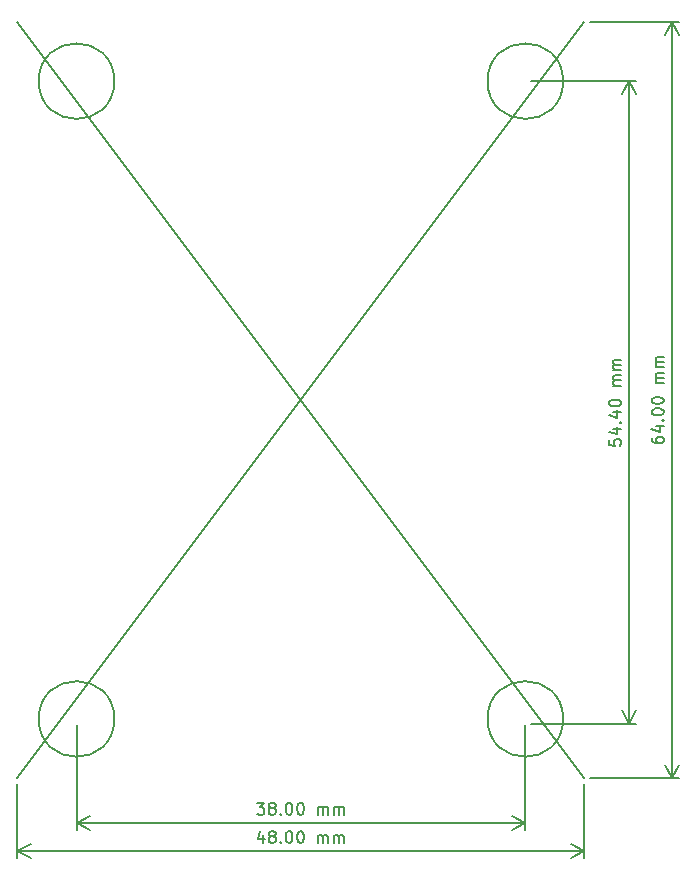
<source format=gbr>
%TF.GenerationSoftware,KiCad,Pcbnew,6.0.2+dfsg-1*%
%TF.CreationDate,2023-01-07T19:56:01+01:00*%
%TF.ProjectId,hBridge3620,68427269-6467-4653-9336-32302e6b6963,1.0*%
%TF.SameCoordinates,Original*%
%TF.FileFunction,Other,Comment*%
%FSLAX46Y46*%
G04 Gerber Fmt 4.6, Leading zero omitted, Abs format (unit mm)*
G04 Created by KiCad (PCBNEW 6.0.2+dfsg-1) date 2023-01-07 19:56:01*
%MOMM*%
%LPD*%
G01*
G04 APERTURE LIST*
%ADD10C,0.150000*%
G04 APERTURE END LIST*
D10*
X24000000Y-32000000D02*
X-24000000Y32000000D01*
X24000000Y32000000D02*
X-24000000Y-32000000D01*
X-3714286Y-34102380D02*
X-3095239Y-34102380D01*
X-3428572Y-34483333D01*
X-3285715Y-34483333D01*
X-3190477Y-34530952D01*
X-3142858Y-34578571D01*
X-3095239Y-34673809D01*
X-3095239Y-34911904D01*
X-3142858Y-35007142D01*
X-3190477Y-35054761D01*
X-3285715Y-35102380D01*
X-3571429Y-35102380D01*
X-3666667Y-35054761D01*
X-3714286Y-35007142D01*
X-2523810Y-34530952D02*
X-2619048Y-34483333D01*
X-2666667Y-34435714D01*
X-2714286Y-34340476D01*
X-2714286Y-34292857D01*
X-2666667Y-34197619D01*
X-2619048Y-34150000D01*
X-2523810Y-34102380D01*
X-2333334Y-34102380D01*
X-2238096Y-34150000D01*
X-2190477Y-34197619D01*
X-2142858Y-34292857D01*
X-2142858Y-34340476D01*
X-2190477Y-34435714D01*
X-2238096Y-34483333D01*
X-2333334Y-34530952D01*
X-2523810Y-34530952D01*
X-2619048Y-34578571D01*
X-2666667Y-34626190D01*
X-2714286Y-34721428D01*
X-2714286Y-34911904D01*
X-2666667Y-35007142D01*
X-2619048Y-35054761D01*
X-2523810Y-35102380D01*
X-2333334Y-35102380D01*
X-2238096Y-35054761D01*
X-2190477Y-35007142D01*
X-2142858Y-34911904D01*
X-2142858Y-34721428D01*
X-2190477Y-34626190D01*
X-2238096Y-34578571D01*
X-2333334Y-34530952D01*
X-1714286Y-35007142D02*
X-1666667Y-35054761D01*
X-1714286Y-35102380D01*
X-1761905Y-35054761D01*
X-1714286Y-35007142D01*
X-1714286Y-35102380D01*
X-1047620Y-34102380D02*
X-952381Y-34102380D01*
X-857143Y-34150000D01*
X-809524Y-34197619D01*
X-761905Y-34292857D01*
X-714286Y-34483333D01*
X-714286Y-34721428D01*
X-761905Y-34911904D01*
X-809524Y-35007142D01*
X-857143Y-35054761D01*
X-952381Y-35102380D01*
X-1047620Y-35102380D01*
X-1142858Y-35054761D01*
X-1190477Y-35007142D01*
X-1238096Y-34911904D01*
X-1285715Y-34721428D01*
X-1285715Y-34483333D01*
X-1238096Y-34292857D01*
X-1190477Y-34197619D01*
X-1142858Y-34150000D01*
X-1047620Y-34102380D01*
X-95239Y-34102380D02*
X0Y-34102380D01*
X95238Y-34150000D01*
X142857Y-34197619D01*
X190476Y-34292857D01*
X238095Y-34483333D01*
X238095Y-34721428D01*
X190476Y-34911904D01*
X142857Y-35007142D01*
X95238Y-35054761D01*
X0Y-35102380D01*
X-95239Y-35102380D01*
X-190477Y-35054761D01*
X-238096Y-35007142D01*
X-285715Y-34911904D01*
X-333334Y-34721428D01*
X-333334Y-34483333D01*
X-285715Y-34292857D01*
X-238096Y-34197619D01*
X-190477Y-34150000D01*
X-95239Y-34102380D01*
X1428571Y-35102380D02*
X1428571Y-34435714D01*
X1428571Y-34530952D02*
X1476190Y-34483333D01*
X1571428Y-34435714D01*
X1714285Y-34435714D01*
X1809523Y-34483333D01*
X1857142Y-34578571D01*
X1857142Y-35102380D01*
X1857142Y-34578571D02*
X1904761Y-34483333D01*
X2000000Y-34435714D01*
X2142857Y-34435714D01*
X2238095Y-34483333D01*
X2285714Y-34578571D01*
X2285714Y-35102380D01*
X2761904Y-35102380D02*
X2761904Y-34435714D01*
X2761904Y-34530952D02*
X2809523Y-34483333D01*
X2904761Y-34435714D01*
X3047619Y-34435714D01*
X3142857Y-34483333D01*
X3190476Y-34578571D01*
X3190476Y-35102380D01*
X3190476Y-34578571D02*
X3238095Y-34483333D01*
X3333333Y-34435714D01*
X3476190Y-34435714D01*
X3571428Y-34483333D01*
X3619047Y-34578571D01*
X3619047Y-35102380D01*
X-19000000Y-27500000D02*
X-19000000Y-36386420D01*
X19000000Y-27500000D02*
X19000000Y-36386420D01*
X-19000000Y-35800000D02*
X19000000Y-35800000D01*
X-19000000Y-35800000D02*
X19000000Y-35800000D01*
X-19000000Y-35800000D02*
X-17873496Y-36386421D01*
X-19000000Y-35800000D02*
X-17873496Y-35213579D01*
X19000000Y-35800000D02*
X17873496Y-35213579D01*
X19000000Y-35800000D02*
X17873496Y-36386421D01*
X29702380Y-3190476D02*
X29702380Y-3380952D01*
X29750000Y-3476190D01*
X29797619Y-3523809D01*
X29940476Y-3619047D01*
X30130952Y-3666666D01*
X30511904Y-3666666D01*
X30607142Y-3619047D01*
X30654761Y-3571428D01*
X30702380Y-3476190D01*
X30702380Y-3285714D01*
X30654761Y-3190476D01*
X30607142Y-3142857D01*
X30511904Y-3095238D01*
X30273809Y-3095238D01*
X30178571Y-3142857D01*
X30130952Y-3190476D01*
X30083333Y-3285714D01*
X30083333Y-3476190D01*
X30130952Y-3571428D01*
X30178571Y-3619047D01*
X30273809Y-3666666D01*
X30035714Y-2238095D02*
X30702380Y-2238095D01*
X29654761Y-2476190D02*
X30369047Y-2714285D01*
X30369047Y-2095238D01*
X30607142Y-1714285D02*
X30654761Y-1666666D01*
X30702380Y-1714285D01*
X30654761Y-1761904D01*
X30607142Y-1714285D01*
X30702380Y-1714285D01*
X29702380Y-1047619D02*
X29702380Y-952380D01*
X29750000Y-857142D01*
X29797619Y-809523D01*
X29892857Y-761904D01*
X30083333Y-714285D01*
X30321428Y-714285D01*
X30511904Y-761904D01*
X30607142Y-809523D01*
X30654761Y-857142D01*
X30702380Y-952380D01*
X30702380Y-1047619D01*
X30654761Y-1142857D01*
X30607142Y-1190476D01*
X30511904Y-1238095D01*
X30321428Y-1285714D01*
X30083333Y-1285714D01*
X29892857Y-1238095D01*
X29797619Y-1190476D01*
X29750000Y-1142857D01*
X29702380Y-1047619D01*
X29702380Y-95238D02*
X29702380Y0D01*
X29750000Y95239D01*
X29797619Y142858D01*
X29892857Y190477D01*
X30083333Y238096D01*
X30321428Y238096D01*
X30511904Y190477D01*
X30607142Y142858D01*
X30654761Y95239D01*
X30702380Y0D01*
X30702380Y-95238D01*
X30654761Y-190476D01*
X30607142Y-238095D01*
X30511904Y-285714D01*
X30321428Y-333333D01*
X30083333Y-333333D01*
X29892857Y-285714D01*
X29797619Y-238095D01*
X29750000Y-190476D01*
X29702380Y-95238D01*
X30702380Y1428572D02*
X30035714Y1428572D01*
X30130952Y1428572D02*
X30083333Y1476191D01*
X30035714Y1571429D01*
X30035714Y1714286D01*
X30083333Y1809524D01*
X30178571Y1857143D01*
X30702380Y1857143D01*
X30178571Y1857143D02*
X30083333Y1904762D01*
X30035714Y2000000D01*
X30035714Y2142858D01*
X30083333Y2238096D01*
X30178571Y2285715D01*
X30702380Y2285715D01*
X30702380Y2761905D02*
X30035714Y2761905D01*
X30130952Y2761905D02*
X30083333Y2809524D01*
X30035714Y2904762D01*
X30035714Y3047620D01*
X30083333Y3142858D01*
X30178571Y3190477D01*
X30702380Y3190477D01*
X30178571Y3190477D02*
X30083333Y3238096D01*
X30035714Y3333334D01*
X30035714Y3476191D01*
X30083333Y3571429D01*
X30178571Y3619048D01*
X30702380Y3619048D01*
X24500000Y-32000000D02*
X31986420Y-32000000D01*
X24500000Y32000000D02*
X31986420Y32000000D01*
X31400000Y-32000000D02*
X31400000Y32000000D01*
X31400000Y-32000000D02*
X31400000Y32000000D01*
X31400000Y-32000000D02*
X31986421Y-30873496D01*
X31400000Y-32000000D02*
X30813579Y-30873496D01*
X31400000Y32000000D02*
X30813579Y30873496D01*
X31400000Y32000000D02*
X31986421Y30873496D01*
X-3190477Y-36835714D02*
X-3190477Y-37502380D01*
X-3428572Y-36454761D02*
X-3666667Y-37169047D01*
X-3047620Y-37169047D01*
X-2523810Y-36930952D02*
X-2619048Y-36883333D01*
X-2666667Y-36835714D01*
X-2714286Y-36740476D01*
X-2714286Y-36692857D01*
X-2666667Y-36597619D01*
X-2619048Y-36550000D01*
X-2523810Y-36502380D01*
X-2333334Y-36502380D01*
X-2238096Y-36550000D01*
X-2190477Y-36597619D01*
X-2142858Y-36692857D01*
X-2142858Y-36740476D01*
X-2190477Y-36835714D01*
X-2238096Y-36883333D01*
X-2333334Y-36930952D01*
X-2523810Y-36930952D01*
X-2619048Y-36978571D01*
X-2666667Y-37026190D01*
X-2714286Y-37121428D01*
X-2714286Y-37311904D01*
X-2666667Y-37407142D01*
X-2619048Y-37454761D01*
X-2523810Y-37502380D01*
X-2333334Y-37502380D01*
X-2238096Y-37454761D01*
X-2190477Y-37407142D01*
X-2142858Y-37311904D01*
X-2142858Y-37121428D01*
X-2190477Y-37026190D01*
X-2238096Y-36978571D01*
X-2333334Y-36930952D01*
X-1714286Y-37407142D02*
X-1666667Y-37454761D01*
X-1714286Y-37502380D01*
X-1761905Y-37454761D01*
X-1714286Y-37407142D01*
X-1714286Y-37502380D01*
X-1047620Y-36502380D02*
X-952381Y-36502380D01*
X-857143Y-36550000D01*
X-809524Y-36597619D01*
X-761905Y-36692857D01*
X-714286Y-36883333D01*
X-714286Y-37121428D01*
X-761905Y-37311904D01*
X-809524Y-37407142D01*
X-857143Y-37454761D01*
X-952381Y-37502380D01*
X-1047620Y-37502380D01*
X-1142858Y-37454761D01*
X-1190477Y-37407142D01*
X-1238096Y-37311904D01*
X-1285715Y-37121428D01*
X-1285715Y-36883333D01*
X-1238096Y-36692857D01*
X-1190477Y-36597619D01*
X-1142858Y-36550000D01*
X-1047620Y-36502380D01*
X-95239Y-36502380D02*
X0Y-36502380D01*
X95238Y-36550000D01*
X142857Y-36597619D01*
X190476Y-36692857D01*
X238095Y-36883333D01*
X238095Y-37121428D01*
X190476Y-37311904D01*
X142857Y-37407142D01*
X95238Y-37454761D01*
X0Y-37502380D01*
X-95239Y-37502380D01*
X-190477Y-37454761D01*
X-238096Y-37407142D01*
X-285715Y-37311904D01*
X-333334Y-37121428D01*
X-333334Y-36883333D01*
X-285715Y-36692857D01*
X-238096Y-36597619D01*
X-190477Y-36550000D01*
X-95239Y-36502380D01*
X1428571Y-37502380D02*
X1428571Y-36835714D01*
X1428571Y-36930952D02*
X1476190Y-36883333D01*
X1571428Y-36835714D01*
X1714285Y-36835714D01*
X1809523Y-36883333D01*
X1857142Y-36978571D01*
X1857142Y-37502380D01*
X1857142Y-36978571D02*
X1904761Y-36883333D01*
X2000000Y-36835714D01*
X2142857Y-36835714D01*
X2238095Y-36883333D01*
X2285714Y-36978571D01*
X2285714Y-37502380D01*
X2761904Y-37502380D02*
X2761904Y-36835714D01*
X2761904Y-36930952D02*
X2809523Y-36883333D01*
X2904761Y-36835714D01*
X3047619Y-36835714D01*
X3142857Y-36883333D01*
X3190476Y-36978571D01*
X3190476Y-37502380D01*
X3190476Y-36978571D02*
X3238095Y-36883333D01*
X3333333Y-36835714D01*
X3476190Y-36835714D01*
X3571428Y-36883333D01*
X3619047Y-36978571D01*
X3619047Y-37502380D01*
X-24000000Y-32500000D02*
X-24000000Y-38786420D01*
X24000000Y-32500000D02*
X24000000Y-38786420D01*
X-24000000Y-38200000D02*
X24000000Y-38200000D01*
X-24000000Y-38200000D02*
X24000000Y-38200000D01*
X-24000000Y-38200000D02*
X-22873496Y-38786421D01*
X-24000000Y-38200000D02*
X-22873496Y-37613579D01*
X24000000Y-38200000D02*
X22873496Y-37613579D01*
X24000000Y-38200000D02*
X22873496Y-38786421D01*
X26102380Y-3342857D02*
X26102380Y-3819047D01*
X26578571Y-3866666D01*
X26530952Y-3819047D01*
X26483333Y-3723809D01*
X26483333Y-3485714D01*
X26530952Y-3390476D01*
X26578571Y-3342857D01*
X26673809Y-3295238D01*
X26911904Y-3295238D01*
X27007142Y-3342857D01*
X27054761Y-3390476D01*
X27102380Y-3485714D01*
X27102380Y-3723809D01*
X27054761Y-3819047D01*
X27007142Y-3866666D01*
X26435714Y-2438095D02*
X27102380Y-2438095D01*
X26054761Y-2676190D02*
X26769047Y-2914285D01*
X26769047Y-2295238D01*
X27007142Y-1914285D02*
X27054761Y-1866666D01*
X27102380Y-1914285D01*
X27054761Y-1961904D01*
X27007142Y-1914285D01*
X27102380Y-1914285D01*
X26435714Y-1009523D02*
X27102380Y-1009523D01*
X26054761Y-1247619D02*
X26769047Y-1485714D01*
X26769047Y-866666D01*
X26102380Y-295238D02*
X26102380Y-200000D01*
X26150000Y-104761D01*
X26197619Y-57142D01*
X26292857Y-9523D01*
X26483333Y38096D01*
X26721428Y38096D01*
X26911904Y-9523D01*
X27007142Y-57142D01*
X27054761Y-104761D01*
X27102380Y-200000D01*
X27102380Y-295238D01*
X27054761Y-390476D01*
X27007142Y-438095D01*
X26911904Y-485714D01*
X26721428Y-533333D01*
X26483333Y-533333D01*
X26292857Y-485714D01*
X26197619Y-438095D01*
X26150000Y-390476D01*
X26102380Y-295238D01*
X27102380Y1228572D02*
X26435714Y1228572D01*
X26530952Y1228572D02*
X26483333Y1276191D01*
X26435714Y1371429D01*
X26435714Y1514286D01*
X26483333Y1609524D01*
X26578571Y1657143D01*
X27102380Y1657143D01*
X26578571Y1657143D02*
X26483333Y1704762D01*
X26435714Y1800000D01*
X26435714Y1942858D01*
X26483333Y2038096D01*
X26578571Y2085715D01*
X27102380Y2085715D01*
X27102380Y2561905D02*
X26435714Y2561905D01*
X26530952Y2561905D02*
X26483333Y2609524D01*
X26435714Y2704762D01*
X26435714Y2847620D01*
X26483333Y2942858D01*
X26578571Y2990477D01*
X27102380Y2990477D01*
X26578571Y2990477D02*
X26483333Y3038096D01*
X26435714Y3133334D01*
X26435714Y3276191D01*
X26483333Y3371429D01*
X26578571Y3419048D01*
X27102380Y3419048D01*
X19500000Y-27400000D02*
X28386420Y-27400000D01*
X19500000Y27000000D02*
X28386420Y27000000D01*
X27800000Y-27400000D02*
X27800000Y27000000D01*
X27800000Y-27400000D02*
X27800000Y27000000D01*
X27800000Y-27400000D02*
X28386421Y-26273496D01*
X27800000Y-27400000D02*
X27213579Y-26273496D01*
X27800000Y27000000D02*
X27213579Y25873496D01*
X27800000Y27000000D02*
X28386421Y25873496D01*
%TO.C,H1*%
X22200000Y27000000D02*
G75*
G03*
X22200000Y27000000I-3200000J0D01*
G01*
%TO.C,H2*%
X22200000Y-27000000D02*
G75*
G03*
X22200000Y-27000000I-3200000J0D01*
G01*
%TO.C,H4*%
X-15800000Y-27000000D02*
G75*
G03*
X-15800000Y-27000000I-3200000J0D01*
G01*
%TO.C,H3*%
X-15800000Y27000000D02*
G75*
G03*
X-15800000Y27000000I-3200000J0D01*
G01*
%TD*%
M02*

</source>
